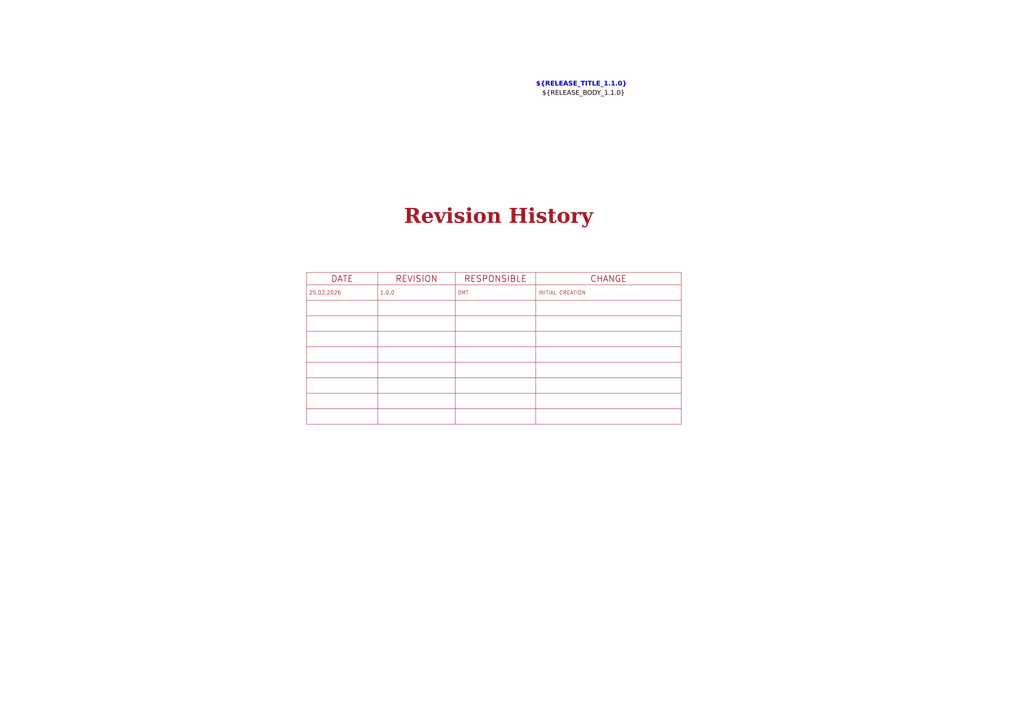
<source format=kicad_sch>
(kicad_sch
	(version 20250114)
	(generator "eeschema")
	(generator_version "9.0")
	(uuid "ea8c4f5e-7a49-4faf-a994-dbc85ed86b0a")
	(paper "A3")
	(title_block
		(title "Revision History")
		(date "2025-01-12")
		(rev "1.0.0")
		(company "DvidMakesThings")
	)
	(lib_symbols)
	(text_box "${RELEASE_BODY_1.1.0}"
		(exclude_from_sim no)
		(at 220.98 35.56 0)
		(size 58.42 111.76)
		(margins 1.4287 1.4287 1.4287 1.4287)
		(stroke
			(width -0.0001)
			(type default)
		)
		(fill
			(type none)
		)
		(effects
			(font
				(face "Arial")
				(size 1.905 1.905)
				(color 0 0 0 1)
			)
			(justify left top)
		)
		(uuid "0c062e2b-2be1-4307-b752-045c211787f4")
	)
	(text_box "Revision History"
		(exclude_from_sim no)
		(at 135.89 82.55 0)
		(size 137.16 12.7)
		(margins 4.4999 4.4999 4.4999 4.4999)
		(stroke
			(width -0.0001)
			(type solid)
		)
		(fill
			(type none)
		)
		(effects
			(font
				(face "Times New Roman")
				(size 6 6)
				(thickness 1.2)
				(bold yes)
				(color 162 22 34 1)
			)
		)
		(uuid "20a0a094-ac98-46df-bdac-21d5721f7697")
	)
	(text_box "${RELEASE_TITLE_1.1.0}"
		(exclude_from_sim no)
		(at 218.44 31.75 0)
		(size 57.15 7.62)
		(margins 1.4287 1.4287 1.4287 1.4287)
		(stroke
			(width -0.0001)
			(type default)
		)
		(fill
			(type none)
		)
		(effects
			(font
				(face "Arial")
				(size 1.905 1.905)
				(thickness 0.254)
				(bold yes)
			)
			(justify left top)
		)
		(uuid "f47af890-f55a-44bf-b54f-b7df3adde008")
	)
	(table
		(column_count 4)
		(border
			(external yes)
			(header yes)
			(stroke
				(width 0)
				(type solid)
				(color 162 22 34 1)
			)
		)
		(separators
			(rows yes)
			(cols yes)
			(stroke
				(width 0)
				(type solid)
				(color 162 22 34 1)
			)
		)
		(column_widths 29.21 31.75 33.02 59.69)
		(row_heights 5.08 6.35 6.35 6.35 6.35 6.35 6.35 6.35 6.35 6.35)
		(cells
			(table_cell "DATE"
				(exclude_from_sim no)
				(at 125.73 111.76 0)
				(size 29.21 5.08)
				(margins 0.9525 0.9525 0.9525 0.9525)
				(span 1 1)
				(fill
					(type none)
				)
				(effects
					(font
						(size 2.54 2.54)
						(thickness 0.254)
						(bold yes)
						(color 162 22 34 1)
					)
				)
				(uuid "16d3312a-dd6f-4b7b-9fa6-38979e59d98e")
			)
			(table_cell "REVISION"
				(exclude_from_sim no)
				(at 154.94 111.76 0)
				(size 31.75 5.08)
				(margins 0.9525 0.9525 0.9525 0.9525)
				(span 1 1)
				(fill
					(type none)
				)
				(effects
					(font
						(size 2.54 2.54)
						(thickness 0.254)
						(bold yes)
						(color 162 22 34 1)
					)
				)
				(uuid "6cc6e718-7cfc-4fff-a1bf-3657f4bf5fd3")
			)
			(table_cell "RESPONSIBLE"
				(exclude_from_sim no)
				(at 186.69 111.76 0)
				(size 33.02 5.08)
				(margins 0.9525 0.9525 0.9525 0.9525)
				(span 1 1)
				(fill
					(type none)
				)
				(effects
					(font
						(size 2.54 2.54)
						(thickness 0.254)
						(bold yes)
						(color 162 22 34 1)
					)
				)
				(uuid "693f57fd-a39f-4138-abba-78c321743fcc")
			)
			(table_cell "CHANGE"
				(exclude_from_sim no)
				(at 219.71 111.76 0)
				(size 59.69 5.08)
				(margins 0.9525 0.9525 0.9525 0.9525)
				(span 1 1)
				(fill
					(type none)
				)
				(effects
					(font
						(size 2.54 2.54)
						(thickness 0.254)
						(bold yes)
						(color 162 22 34 1)
					)
				)
				(uuid "2c374fd7-404f-4487-a550-6559a77409ac")
			)
			(table_cell "25.02.2026"
				(exclude_from_sim no)
				(at 125.73 116.84 0)
				(size 29.21 6.35)
				(margins 0.9525 0.9525 0.9525 0.9525)
				(span 1 1)
				(fill
					(type none)
				)
				(effects
					(font
						(size 1.524 1.524)
						(color 162 22 34 1)
					)
					(justify left)
				)
				(uuid "dfc021c2-fd96-4e49-8a52-8d8665dc49f2")
			)
			(table_cell "1.0.0"
				(exclude_from_sim no)
				(at 154.94 116.84 0)
				(size 31.75 6.35)
				(margins 0.9525 0.9525 0.9525 0.9525)
				(span 1 1)
				(fill
					(type none)
				)
				(effects
					(font
						(size 1.524 1.524)
						(color 162 22 34 1)
					)
					(justify left)
				)
				(uuid "a86f2bb3-da39-4ed5-b3e7-5200eac4e4fd")
			)
			(table_cell "DMT"
				(exclude_from_sim no)
				(at 186.69 116.84 0)
				(size 33.02 6.35)
				(margins 0.9525 0.9525 0.9525 0.9525)
				(span 1 1)
				(fill
					(type none)
				)
				(effects
					(font
						(size 1.524 1.524)
						(color 162 22 34 1)
					)
					(justify left)
				)
				(uuid "8a47b5a1-1d7d-415a-a3d8-8e00f425fd9a")
			)
			(table_cell "INITIAL CREATION"
				(exclude_from_sim no)
				(at 219.71 116.84 0)
				(size 59.69 6.35)
				(margins 0.9525 0.9525 0.9525 0.9525)
				(span 1 1)
				(fill
					(type none)
				)
				(effects
					(font
						(size 1.524 1.524)
						(color 162 22 34 1)
					)
					(justify left)
				)
				(uuid "fa542104-d51f-4d7a-88f9-cec2d6fb4108")
			)
			(table_cell ""
				(exclude_from_sim no)
				(at 125.73 123.19 0)
				(size 29.21 6.35)
				(margins 0.9525 0.9525 0.9525 0.9525)
				(span 1 1)
				(fill
					(type none)
				)
				(effects
					(font
						(size 1.524 1.524)
						(color 162 22 34 1)
					)
					(justify left)
				)
				(uuid "e42ffa47-4e45-4c87-98ea-1e4560e65b0c")
			)
			(table_cell ""
				(exclude_from_sim no)
				(at 154.94 123.19 0)
				(size 31.75 6.35)
				(margins 0.9525 0.9525 0.9525 0.9525)
				(span 1 1)
				(fill
					(type none)
				)
				(effects
					(font
						(size 1.524 1.524)
						(color 162 22 34 1)
					)
					(justify left)
				)
				(uuid "c5eb51ab-37c1-40b1-bbc4-968bdf5c2767")
			)
			(table_cell ""
				(exclude_from_sim no)
				(at 186.69 123.19 0)
				(size 33.02 6.35)
				(margins 0.9525 0.9525 0.9525 0.9525)
				(span 1 1)
				(fill
					(type none)
				)
				(effects
					(font
						(size 1.524 1.524)
						(color 162 22 34 1)
					)
					(justify left)
				)
				(uuid "f6810b22-ac18-4310-9d50-005e705f77c4")
			)
			(table_cell ""
				(exclude_from_sim no)
				(at 219.71 123.19 0)
				(size 59.69 6.35)
				(margins 0.9525 0.9525 0.9525 0.9525)
				(span 1 1)
				(fill
					(type none)
				)
				(effects
					(font
						(size 1.524 1.524)
						(color 162 22 34 1)
					)
					(justify left)
				)
				(uuid "fea7abcc-e785-405b-a857-42485568bb27")
			)
			(table_cell ""
				(exclude_from_sim no)
				(at 125.73 129.54 0)
				(size 29.21 6.35)
				(margins 0.9525 0.9525 0.9525 0.9525)
				(span 1 1)
				(fill
					(type none)
				)
				(effects
					(font
						(size 1.524 1.524)
						(color 162 22 34 1)
					)
					(justify left)
				)
				(uuid "314ef04e-31da-433d-9fca-5cb78c826994")
			)
			(table_cell ""
				(exclude_from_sim no)
				(at 154.94 129.54 0)
				(size 31.75 6.35)
				(margins 0.9525 0.9525 0.9525 0.9525)
				(span 1 1)
				(fill
					(type none)
				)
				(effects
					(font
						(size 1.524 1.524)
						(color 162 22 34 1)
					)
					(justify left)
				)
				(uuid "05e10494-0e22-4e0d-82b5-cc1ac8351115")
			)
			(table_cell ""
				(exclude_from_sim no)
				(at 186.69 129.54 0)
				(size 33.02 6.35)
				(margins 0.9525 0.9525 0.9525 0.9525)
				(span 1 1)
				(fill
					(type none)
				)
				(effects
					(font
						(size 1.524 1.524)
						(color 162 22 34 1)
					)
					(justify left)
				)
				(uuid "6a73efd4-07c3-4feb-a275-7943358091d8")
			)
			(table_cell ""
				(exclude_from_sim no)
				(at 219.71 129.54 0)
				(size 59.69 6.35)
				(margins 0.9525 0.9525 0.9525 0.9525)
				(span 1 1)
				(fill
					(type none)
				)
				(effects
					(font
						(size 1.524 1.524)
						(color 162 22 34 1)
					)
					(justify left)
				)
				(uuid "34f58478-2403-400e-8379-f0f62275324b")
			)
			(table_cell ""
				(exclude_from_sim no)
				(at 125.73 135.89 0)
				(size 29.21 6.35)
				(margins 0.9525 0.9525 0.9525 0.9525)
				(span 1 1)
				(fill
					(type none)
				)
				(effects
					(font
						(size 1.524 1.524)
						(color 162 22 34 1)
					)
					(justify left)
				)
				(uuid "3e6931cd-d340-44cd-9fb4-169143e21baf")
			)
			(table_cell ""
				(exclude_from_sim no)
				(at 154.94 135.89 0)
				(size 31.75 6.35)
				(margins 0.9525 0.9525 0.9525 0.9525)
				(span 1 1)
				(fill
					(type none)
				)
				(effects
					(font
						(size 1.524 1.524)
						(color 162 22 34 1)
					)
					(justify left)
				)
				(uuid "6751def7-b039-450d-8bd0-3551086c1e93")
			)
			(table_cell ""
				(exclude_from_sim no)
				(at 186.69 135.89 0)
				(size 33.02 6.35)
				(margins 0.9525 0.9525 0.9525 0.9525)
				(span 1 1)
				(fill
					(type none)
				)
				(effects
					(font
						(size 1.524 1.524)
						(color 162 22 34 1)
					)
					(justify left)
				)
				(uuid "8b197c3a-9872-4348-bd75-8991d9699322")
			)
			(table_cell ""
				(exclude_from_sim no)
				(at 219.71 135.89 0)
				(size 59.69 6.35)
				(margins 0.9525 0.9525 0.9525 0.9525)
				(span 1 1)
				(fill
					(type none)
				)
				(effects
					(font
						(size 1.524 1.524)
						(color 162 22 34 1)
					)
					(justify left)
				)
				(uuid "35725703-dfd6-4e6d-900a-be7133b7b1ab")
			)
			(table_cell ""
				(exclude_from_sim no)
				(at 125.73 142.24 0)
				(size 29.21 6.35)
				(margins 0.9525 0.9525 0.9525 0.9525)
				(span 1 1)
				(fill
					(type none)
				)
				(effects
					(font
						(size 1.524 1.524)
						(color 162 22 34 1)
					)
					(justify left)
				)
				(uuid "27b3661c-8efd-4985-bb11-a7b8468cac88")
			)
			(table_cell ""
				(exclude_from_sim no)
				(at 154.94 142.24 0)
				(size 31.75 6.35)
				(margins 0.9525 0.9525 0.9525 0.9525)
				(span 1 1)
				(fill
					(type none)
				)
				(effects
					(font
						(size 1.524 1.524)
						(color 162 22 34 1)
					)
					(justify left)
				)
				(uuid "d15acc23-7267-48b7-917e-4c6b7c7a1699")
			)
			(table_cell ""
				(exclude_from_sim no)
				(at 186.69 142.24 0)
				(size 33.02 6.35)
				(margins 0.9525 0.9525 0.9525 0.9525)
				(span 1 1)
				(fill
					(type none)
				)
				(effects
					(font
						(size 1.524 1.524)
						(color 162 22 34 1)
					)
					(justify left)
				)
				(uuid "f114fbf9-610d-4e6a-b9d6-a113a0b17089")
			)
			(table_cell ""
				(exclude_from_sim no)
				(at 219.71 142.24 0)
				(size 59.69 6.35)
				(margins 0.9525 0.9525 0.9525 0.9525)
				(span 1 1)
				(fill
					(type none)
				)
				(effects
					(font
						(size 1.524 1.524)
						(color 162 22 34 1)
					)
					(justify left)
				)
				(uuid "fd960594-db21-4860-a159-307eff1e2394")
			)
			(table_cell ""
				(exclude_from_sim no)
				(at 125.73 148.59 0)
				(size 29.21 6.35)
				(margins 0.9525 0.9525 0.9525 0.9525)
				(span 1 1)
				(fill
					(type none)
				)
				(effects
					(font
						(size 1.524 1.524)
						(color 162 22 34 1)
					)
					(justify left)
				)
				(uuid "5f3fada5-ee71-4b9b-ac20-d48126302948")
			)
			(table_cell ""
				(exclude_from_sim no)
				(at 154.94 148.59 0)
				(size 31.75 6.35)
				(margins 0.9525 0.9525 0.9525 0.9525)
				(span 1 1)
				(fill
					(type none)
				)
				(effects
					(font
						(size 1.524 1.524)
						(color 162 22 34 1)
					)
					(justify left)
				)
				(uuid "a75d524f-ec0d-41ad-bcdd-4d92f8b54699")
			)
			(table_cell ""
				(exclude_from_sim no)
				(at 186.69 148.59 0)
				(size 33.02 6.35)
				(margins 0.9525 0.9525 0.9525 0.9525)
				(span 1 1)
				(fill
					(type none)
				)
				(effects
					(font
						(size 1.524 1.524)
						(color 162 22 34 1)
					)
					(justify left)
				)
				(uuid "2c18f980-867d-4d64-9a38-ae19d01ebaac")
			)
			(table_cell ""
				(exclude_from_sim no)
				(at 219.71 148.59 0)
				(size 59.69 6.35)
				(margins 0.9525 0.9525 0.9525 0.9525)
				(span 1 1)
				(fill
					(type none)
				)
				(effects
					(font
						(size 1.524 1.524)
						(color 162 22 34 1)
					)
					(justify left)
				)
				(uuid "2fee5611-1ec1-4225-ba7b-97813ac0ed7d")
			)
			(table_cell ""
				(exclude_from_sim no)
				(at 125.73 154.94 0)
				(size 29.21 6.35)
				(margins 0.9525 0.9525 0.9525 0.9525)
				(span 1 1)
				(fill
					(type none)
				)
				(effects
					(font
						(size 1.524 1.524)
						(color 162 22 34 1)
					)
					(justify left)
				)
				(uuid "61d7d810-d983-47a5-816e-de34721cc934")
			)
			(table_cell ""
				(exclude_from_sim no)
				(at 154.94 154.94 0)
				(size 31.75 6.35)
				(margins 0.9525 0.9525 0.9525 0.9525)
				(span 1 1)
				(fill
					(type none)
				)
				(effects
					(font
						(size 1.524 1.524)
						(color 162 22 34 1)
					)
					(justify left)
				)
				(uuid "50077eb1-bdf8-437a-b587-93246555991f")
			)
			(table_cell ""
				(exclude_from_sim no)
				(at 186.69 154.94 0)
				(size 33.02 6.35)
				(margins 0.9525 0.9525 0.9525 0.9525)
				(span 1 1)
				(fill
					(type none)
				)
				(effects
					(font
						(size 1.524 1.524)
						(color 162 22 34 1)
					)
					(justify left)
				)
				(uuid "1c8b2960-f010-4f0a-92fb-76b19de8dca0")
			)
			(table_cell ""
				(exclude_from_sim no)
				(at 219.71 154.94 0)
				(size 59.69 6.35)
				(margins 0.9525 0.9525 0.9525 0.9525)
				(span 1 1)
				(fill
					(type none)
				)
				(effects
					(font
						(size 1.524 1.524)
						(color 162 22 34 1)
					)
					(justify left)
				)
				(uuid "199316ce-fb9a-486e-ac8b-939e0961b3dc")
			)
			(table_cell ""
				(exclude_from_sim no)
				(at 125.73 161.29 0)
				(size 29.21 6.35)
				(margins 0.9525 0.9525 0.9525 0.9525)
				(span 1 1)
				(fill
					(type none)
				)
				(effects
					(font
						(size 1.524 1.524)
						(color 162 22 34 1)
					)
					(justify left)
				)
				(uuid "4c32011a-c945-431a-88d0-09aef55cbd21")
			)
			(table_cell ""
				(exclude_from_sim no)
				(at 154.94 161.29 0)
				(size 31.75 6.35)
				(margins 0.9525 0.9525 0.9525 0.9525)
				(span 1 1)
				(fill
					(type none)
				)
				(effects
					(font
						(size 1.524 1.524)
						(color 162 22 34 1)
					)
					(justify left)
				)
				(uuid "06504ee7-00b7-49be-ae90-a5ecfb2daaec")
			)
			(table_cell ""
				(exclude_from_sim no)
				(at 186.69 161.29 0)
				(size 33.02 6.35)
				(margins 0.9525 0.9525 0.9525 0.9525)
				(span 1 1)
				(fill
					(type none)
				)
				(effects
					(font
						(size 1.524 1.524)
						(color 162 22 34 1)
					)
					(justify left)
				)
				(uuid "2fb318fa-a7fa-4e5d-ae06-4e04c534fb2c")
			)
			(table_cell ""
				(exclude_from_sim no)
				(at 219.71 161.29 0)
				(size 59.69 6.35)
				(margins 0.9525 0.9525 0.9525 0.9525)
				(span 1 1)
				(fill
					(type none)
				)
				(effects
					(font
						(size 1.524 1.524)
						(color 162 22 34 1)
					)
					(justify left)
				)
				(uuid "e0f6a796-d4cf-4874-bf47-53cf30fb9291")
			)
			(table_cell ""
				(exclude_from_sim no)
				(at 125.73 167.64 0)
				(size 29.21 6.35)
				(margins 0.9525 0.9525 0.9525 0.9525)
				(span 1 1)
				(fill
					(type none)
				)
				(effects
					(font
						(size 1.524 1.524)
						(color 162 22 34 1)
					)
					(justify left)
				)
				(uuid "728ed11b-c87e-4a4e-a7d8-9dbe073d4468")
			)
			(table_cell ""
				(exclude_from_sim no)
				(at 154.94 167.64 0)
				(size 31.75 6.35)
				(margins 0.9525 0.9525 0.9525 0.9525)
				(span 1 1)
				(fill
					(type none)
				)
				(effects
					(font
						(size 1.524 1.524)
						(color 162 22 34 1)
					)
					(justify left)
				)
				(uuid "ca071c46-dcc2-4584-b2ee-4cc3e7086bb4")
			)
			(table_cell ""
				(exclude_from_sim no)
				(at 186.69 167.64 0)
				(size 33.02 6.35)
				(margins 0.9525 0.9525 0.9525 0.9525)
				(span 1 1)
				(fill
					(type none)
				)
				(effects
					(font
						(size 1.524 1.524)
						(color 162 22 34 1)
					)
					(justify left)
				)
				(uuid "6de247db-3a24-4dee-a3df-d11d072a8736")
			)
			(table_cell ""
				(exclude_from_sim no)
				(at 219.71 167.64 0)
				(size 59.69 6.35)
				(margins 0.9525 0.9525 0.9525 0.9525)
				(span 1 1)
				(fill
					(type none)
				)
				(effects
					(font
						(size 1.524 1.524)
						(color 162 22 34 1)
					)
					(justify left)
				)
				(uuid "f90e4358-3658-4d7f-85d4-01679df79d33")
			)
		)
	)
)

</source>
